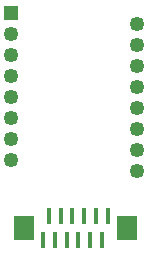
<source format=gbr>
%TF.GenerationSoftware,KiCad,Pcbnew,9.0.4*%
%TF.CreationDate,2025-09-11T01:00:25+02:00*%
%TF.ProjectId,pmw3610_xxs,706d7733-3631-4305-9f78-78732e6b6963,rev?*%
%TF.SameCoordinates,Original*%
%TF.FileFunction,Soldermask,Top*%
%TF.FilePolarity,Negative*%
%FSLAX46Y46*%
G04 Gerber Fmt 4.6, Leading zero omitted, Abs format (unit mm)*
G04 Created by KiCad (PCBNEW 9.0.4) date 2025-09-11 01:00:25*
%MOMM*%
%LPD*%
G01*
G04 APERTURE LIST*
G04 Aperture macros list*
%AMRoundRect*
0 Rectangle with rounded corners*
0 $1 Rounding radius*
0 $2 $3 $4 $5 $6 $7 $8 $9 X,Y pos of 4 corners*
0 Add a 4 corners polygon primitive as box body*
4,1,4,$2,$3,$4,$5,$6,$7,$8,$9,$2,$3,0*
0 Add four circle primitives for the rounded corners*
1,1,$1+$1,$2,$3*
1,1,$1+$1,$4,$5*
1,1,$1+$1,$6,$7*
1,1,$1+$1,$8,$9*
0 Add four rect primitives between the rounded corners*
20,1,$1+$1,$2,$3,$4,$5,0*
20,1,$1+$1,$4,$5,$6,$7,0*
20,1,$1+$1,$6,$7,$8,$9,0*
20,1,$1+$1,$8,$9,$2,$3,0*%
G04 Aperture macros list end*
%ADD10R,1.800000X2.000000*%
%ADD11R,0.400000X1.350000*%
%ADD12RoundRect,0.187500X-0.437500X0.437500X-0.437500X-0.437500X0.437500X-0.437500X0.437500X0.437500X0*%
%ADD13O,1.250000X1.250000*%
G04 APERTURE END LIST*
D10*
%TO.C,J2*%
X131762000Y-99298000D03*
X140462000Y-99298000D03*
D11*
X133362000Y-100298000D03*
X133862000Y-98298000D03*
X134362000Y-100298000D03*
X134862000Y-98298000D03*
X135362000Y-100298000D03*
X135862000Y-98298000D03*
X136362000Y-100298000D03*
X136862000Y-98298000D03*
X137362000Y-100298000D03*
X137862000Y-98298000D03*
X138362000Y-100298000D03*
X138862000Y-98298000D03*
%TD*%
D12*
%TO.C,U2*%
X130650000Y-81100000D03*
D13*
X130650000Y-82880000D03*
X130650000Y-84660000D03*
X130650000Y-86440000D03*
X130650000Y-88220000D03*
X130650000Y-90000000D03*
X130650000Y-91780000D03*
X130650000Y-93560000D03*
X141350000Y-94450000D03*
X141350000Y-92670000D03*
X141350000Y-90890000D03*
X141350000Y-89110000D03*
X141350000Y-87330000D03*
X141350000Y-85550000D03*
X141350000Y-83770000D03*
X141350000Y-81990000D03*
%TD*%
M02*

</source>
